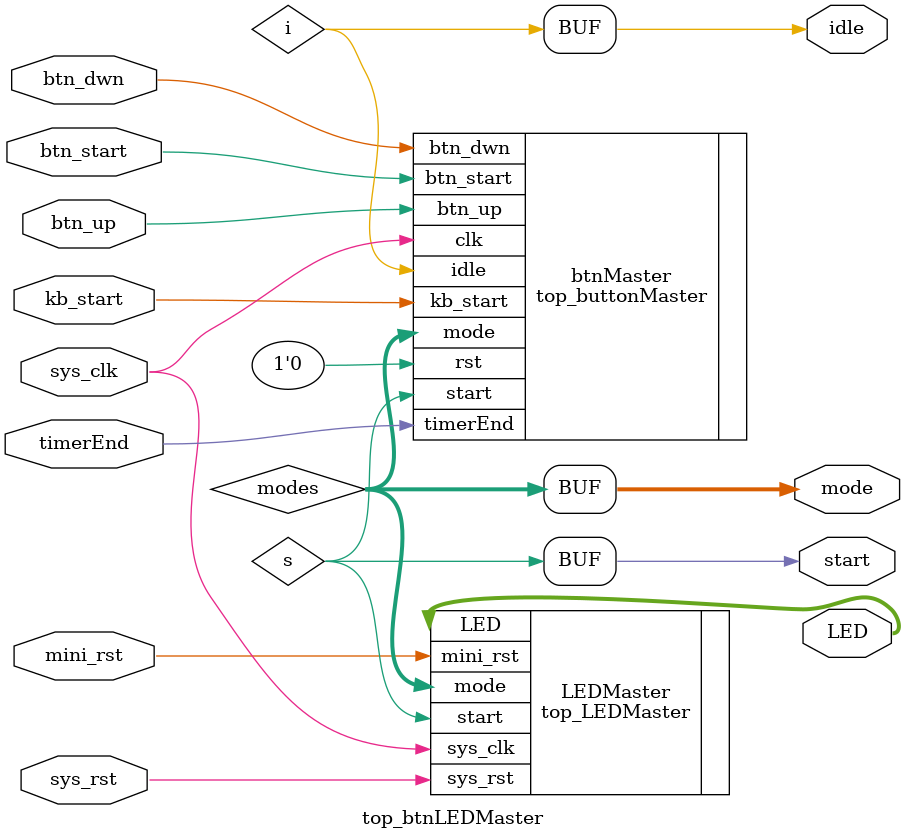
<source format=v>
`timescale 1ns / 1ps

module top_btnLEDMaster(
    input sys_clk, sys_rst,
    input mini_rst,
    input timerEnd,
    input btn_up,
    input btn_dwn,
    input btn_start,
    input kb_start,
    output [15:0] LED,
    output [1:0] mode,
    output start,
    output idle
    );
    
wire s;
wire i;    
wire [1:0] modes;
assign start = s;
assign idle = i;
assign mode = modes;
    
top_buttonMaster btnMaster(
    .clk(sys_clk),
    .rst(1'b0),
    .timerEnd(timerEnd),
    .btn_up(btn_up),
    .btn_dwn(btn_dwn),
    .btn_start(btn_start),
    .kb_start(kb_start),
    .mode(modes),
    .start(s),
    .idle(i)
    );
    
top_LEDMaster LEDMaster(
    .sys_clk(sys_clk),
    .sys_rst(sys_rst),
    .mini_rst(mini_rst),
    .start(s),
    .mode(modes),
    .LED(LED)
    );
    
    
       
endmodule

</source>
